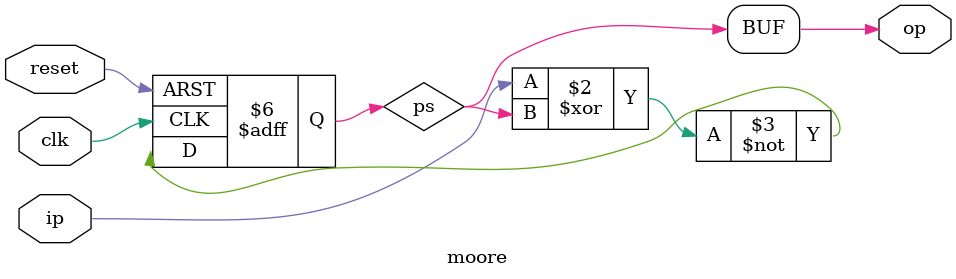
<source format=v>
module moore(reset,clk,ip,op);
input reset,ip,clk;
output op;
reg ps=0,ns=0;
assign op=ps;
always @(posedge reset or posedge clk) begin
    if (reset) begin
        ps=1;
    end else begin
         
         ns=~(ip ^ ps);
         ps=ns;
    end
end
 


endmodule
</source>
